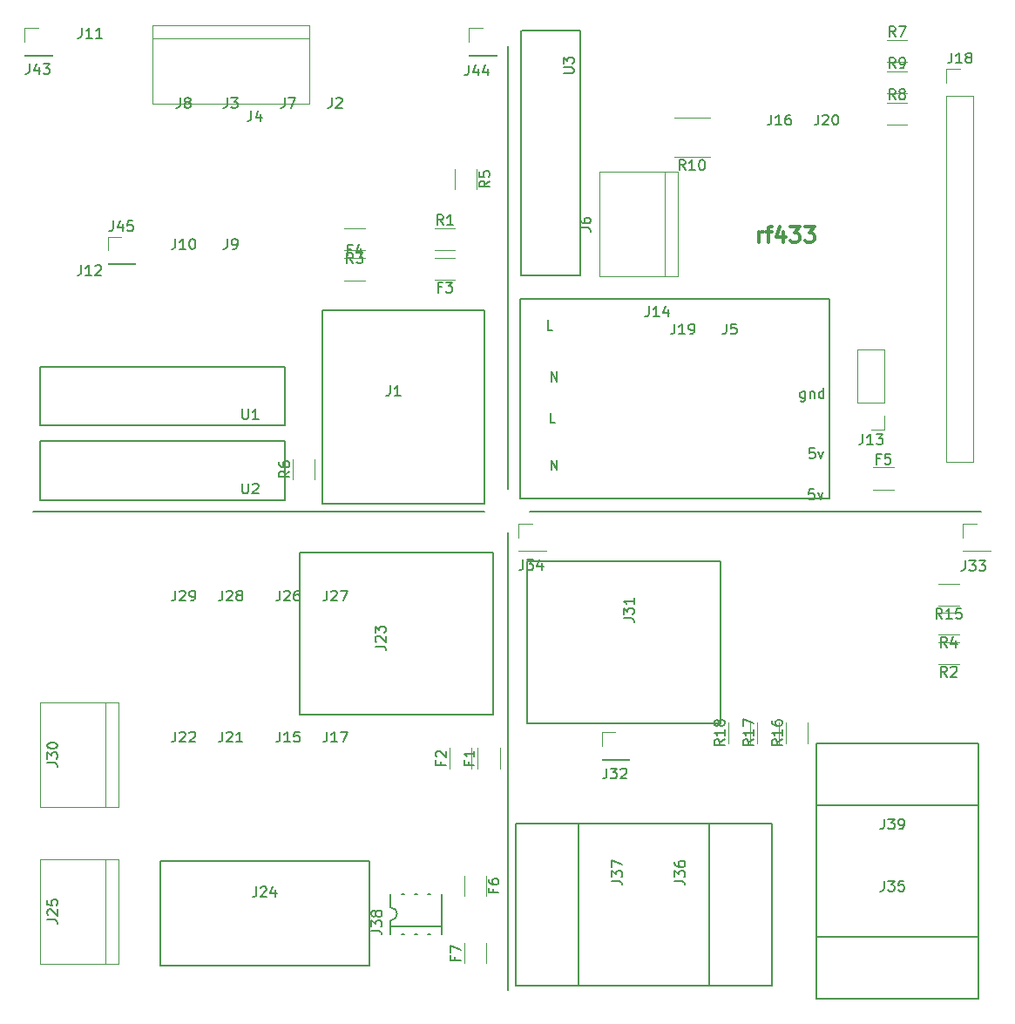
<source format=gto>
G04 #@! TF.FileFunction,Legend,Top*
%FSLAX46Y46*%
G04 Gerber Fmt 4.6, Leading zero omitted, Abs format (unit mm)*
G04 Created by KiCad (PCBNEW 4.0.7) date 05/06/18 13:24:53*
%MOMM*%
%LPD*%
G01*
G04 APERTURE LIST*
%ADD10C,0.100000*%
%ADD11C,0.200000*%
%ADD12C,0.300000*%
%ADD13C,0.150000*%
%ADD14C,0.120000*%
%ADD15C,0.180000*%
G04 APERTURE END LIST*
D10*
D11*
X90424000Y-120713500D02*
X90424000Y-165100000D01*
X92583000Y-118681500D02*
X136398000Y-118681500D01*
X88138000Y-118681500D02*
X44323000Y-118681500D01*
X90424000Y-116459000D02*
X90424000Y-73469500D01*
D12*
X114796430Y-92499571D02*
X114796430Y-91499571D01*
X114796430Y-91785286D02*
X114867858Y-91642429D01*
X114939287Y-91571000D01*
X115082144Y-91499571D01*
X115225001Y-91499571D01*
X115510715Y-91499571D02*
X116082144Y-91499571D01*
X115725001Y-92499571D02*
X115725001Y-91213857D01*
X115796429Y-91071000D01*
X115939287Y-90999571D01*
X116082144Y-90999571D01*
X117225001Y-91499571D02*
X117225001Y-92499571D01*
X116867858Y-90928143D02*
X116510715Y-91999571D01*
X117439287Y-91999571D01*
X117867858Y-90999571D02*
X118796429Y-90999571D01*
X118296429Y-91571000D01*
X118510715Y-91571000D01*
X118653572Y-91642429D01*
X118725001Y-91713857D01*
X118796429Y-91856714D01*
X118796429Y-92213857D01*
X118725001Y-92356714D01*
X118653572Y-92428143D01*
X118510715Y-92499571D01*
X118082143Y-92499571D01*
X117939286Y-92428143D01*
X117867858Y-92356714D01*
X119296429Y-90999571D02*
X120225000Y-90999571D01*
X119725000Y-91571000D01*
X119939286Y-91571000D01*
X120082143Y-91642429D01*
X120153572Y-91713857D01*
X120225000Y-91856714D01*
X120225000Y-92213857D01*
X120153572Y-92356714D01*
X120082143Y-92428143D01*
X119939286Y-92499571D01*
X119510714Y-92499571D01*
X119367857Y-92428143D01*
X119296429Y-92356714D01*
D13*
X70231000Y-122618500D02*
X89027000Y-122618500D01*
X89027000Y-122618500D02*
X89027000Y-123380500D01*
X87503000Y-138366500D02*
X89027000Y-138366500D01*
X89027000Y-138366500D02*
X89027000Y-123126500D01*
X70231000Y-122618500D02*
X70231000Y-138366500D01*
X70231000Y-138366500D02*
X88265000Y-138366500D01*
D14*
X51308000Y-137160000D02*
X51308000Y-147320000D01*
X52578000Y-137160000D02*
X44958000Y-137160000D01*
X44958000Y-137160000D02*
X44958000Y-147320000D01*
X44958000Y-147320000D02*
X52578000Y-147320000D01*
X52578000Y-147320000D02*
X52578000Y-137160000D01*
X51308000Y-152400000D02*
X51308000Y-162560000D01*
X52578000Y-152400000D02*
X44958000Y-152400000D01*
X44958000Y-152400000D02*
X44958000Y-162560000D01*
X44958000Y-162560000D02*
X52578000Y-162560000D01*
X52578000Y-162560000D02*
X52578000Y-152400000D01*
X74565000Y-91132000D02*
X76565000Y-91132000D01*
X76565000Y-93272000D02*
X74565000Y-93272000D01*
X127060000Y-102937000D02*
X124400000Y-102937000D01*
X127060000Y-108077000D02*
X127060000Y-102937000D01*
X124400000Y-108077000D02*
X124400000Y-102937000D01*
X127060000Y-108077000D02*
X124400000Y-108077000D01*
X127060000Y-109347000D02*
X127060000Y-110677000D01*
X127060000Y-110677000D02*
X125730000Y-110677000D01*
X133036000Y-113852000D02*
X135696000Y-113852000D01*
X133036000Y-78232000D02*
X133036000Y-113852000D01*
X135696000Y-78232000D02*
X135696000Y-113852000D01*
X133036000Y-78232000D02*
X135696000Y-78232000D01*
X133036000Y-76962000D02*
X133036000Y-75632000D01*
X133036000Y-75632000D02*
X134366000Y-75632000D01*
X129270000Y-74984000D02*
X127270000Y-74984000D01*
X127270000Y-72844000D02*
X129270000Y-72844000D01*
X129270000Y-81080000D02*
X127270000Y-81080000D01*
X127270000Y-78940000D02*
X129270000Y-78940000D01*
X129270000Y-78032000D02*
X127270000Y-78032000D01*
X127270000Y-75892000D02*
X129270000Y-75892000D01*
X105664000Y-85661500D02*
X105664000Y-95821500D01*
X106934000Y-85661500D02*
X99314000Y-85661500D01*
X99314000Y-85661500D02*
X99314000Y-95821500D01*
X99314000Y-95821500D02*
X106934000Y-95821500D01*
X106934000Y-95821500D02*
X106934000Y-85661500D01*
D13*
X88138000Y-99060000D02*
X88138000Y-117856000D01*
X88138000Y-117856000D02*
X87376000Y-117856000D01*
X72390000Y-116332000D02*
X72390000Y-117856000D01*
X72390000Y-117856000D02*
X87630000Y-117856000D01*
X88138000Y-99060000D02*
X72390000Y-99060000D01*
X72390000Y-99060000D02*
X72390000Y-117094000D01*
D14*
X71120000Y-71374000D02*
X71120000Y-78994000D01*
X55880000Y-71374000D02*
X55880000Y-78994000D01*
X71120000Y-72644000D02*
X55880000Y-72644000D01*
X71120000Y-78994000D02*
X55880000Y-78994000D01*
X71120000Y-71374000D02*
X55880000Y-71374000D01*
X85328000Y-93272000D02*
X83328000Y-93272000D01*
X83328000Y-91132000D02*
X85328000Y-91132000D01*
X74565000Y-91132000D02*
X76565000Y-91132000D01*
X76565000Y-93272000D02*
X74565000Y-93272000D01*
X85290000Y-87360000D02*
X85290000Y-85360000D01*
X87430000Y-85360000D02*
X87430000Y-87360000D01*
X71682000Y-113554000D02*
X71682000Y-115554000D01*
X69542000Y-115554000D02*
X69542000Y-113554000D01*
X110061000Y-80416000D02*
X106601000Y-80416000D01*
X110061000Y-84176000D02*
X106601000Y-84176000D01*
X51308000Y-152400000D02*
X51308000Y-162560000D01*
X52578000Y-152400000D02*
X44958000Y-152400000D01*
X44958000Y-152400000D02*
X44958000Y-162560000D01*
X44958000Y-162560000D02*
X52578000Y-162560000D01*
X52578000Y-162560000D02*
X52578000Y-152400000D01*
D13*
X136144000Y-141160500D02*
X136144000Y-159956500D01*
X136144000Y-159956500D02*
X135382000Y-159956500D01*
X120396000Y-158432500D02*
X120396000Y-159956500D01*
X120396000Y-159956500D02*
X135636000Y-159956500D01*
X136144000Y-141160500D02*
X120396000Y-141160500D01*
X120396000Y-141160500D02*
X120396000Y-159194500D01*
X47561500Y-104584500D02*
X68770500Y-104584500D01*
X47561500Y-110299500D02*
X68770500Y-110299500D01*
X47561500Y-104584500D02*
X45021500Y-104584500D01*
X47561500Y-110299500D02*
X45021500Y-110299500D01*
X68786000Y-104599000D02*
X68786000Y-110299000D01*
X45006000Y-110299000D02*
X45006000Y-104599000D01*
X47561500Y-111823500D02*
X68770500Y-111823500D01*
X47561500Y-117538500D02*
X68770500Y-117538500D01*
X47561500Y-111823500D02*
X45021500Y-111823500D01*
X47561500Y-117538500D02*
X45021500Y-117538500D01*
X68786000Y-111838000D02*
X68786000Y-117538000D01*
X45006000Y-117538000D02*
X45006000Y-111838000D01*
X91757500Y-93154500D02*
X91757500Y-71945500D01*
X97472500Y-93154500D02*
X97472500Y-71945500D01*
X91757500Y-93154500D02*
X91757500Y-95694500D01*
X97472500Y-93154500D02*
X97472500Y-95694500D01*
X91772000Y-71930000D02*
X97472000Y-71930000D01*
X97472000Y-95710000D02*
X91772000Y-95710000D01*
X91630500Y-117411500D02*
X91630500Y-97980500D01*
X91630500Y-97980500D02*
X121729500Y-97980500D01*
X121729500Y-97980500D02*
X121729500Y-117411500D01*
X121729500Y-117411500D02*
X91630500Y-117411500D01*
D14*
X89652500Y-141621000D02*
X89652500Y-143621000D01*
X87512500Y-143621000D02*
X87512500Y-141621000D01*
X86922000Y-141621000D02*
X86922000Y-143621000D01*
X84782000Y-143621000D02*
X84782000Y-141621000D01*
X83328000Y-93989500D02*
X85328000Y-93989500D01*
X85328000Y-96129500D02*
X83328000Y-96129500D01*
X76565000Y-96193000D02*
X74565000Y-96193000D01*
X74565000Y-94053000D02*
X76565000Y-94053000D01*
X127936500Y-116513000D02*
X125936500Y-116513000D01*
X125936500Y-114373000D02*
X127936500Y-114373000D01*
X43501000Y-74355000D02*
X46161000Y-74355000D01*
X43501000Y-74295000D02*
X43501000Y-74355000D01*
X46161000Y-74295000D02*
X46161000Y-74355000D01*
X43501000Y-74295000D02*
X46161000Y-74295000D01*
X43501000Y-73025000D02*
X43501000Y-71695000D01*
X43501000Y-71695000D02*
X44831000Y-71695000D01*
X86681000Y-74355000D02*
X89341000Y-74355000D01*
X86681000Y-74295000D02*
X86681000Y-74355000D01*
X89341000Y-74295000D02*
X89341000Y-74355000D01*
X86681000Y-74295000D02*
X89341000Y-74295000D01*
X86681000Y-73025000D02*
X86681000Y-71695000D01*
X86681000Y-71695000D02*
X88011000Y-71695000D01*
X51565500Y-94611500D02*
X54225500Y-94611500D01*
X51565500Y-94551500D02*
X51565500Y-94611500D01*
X54225500Y-94551500D02*
X54225500Y-94611500D01*
X51565500Y-94551500D02*
X54225500Y-94551500D01*
X51565500Y-93281500D02*
X51565500Y-91951500D01*
X51565500Y-91951500D02*
X52895500Y-91951500D01*
X132286500Y-131327500D02*
X134286500Y-131327500D01*
X134286500Y-133467500D02*
X132286500Y-133467500D01*
X132286500Y-128470000D02*
X134286500Y-128470000D01*
X134286500Y-130610000D02*
X132286500Y-130610000D01*
X132286500Y-125676000D02*
X134286500Y-125676000D01*
X134286500Y-127816000D02*
X132286500Y-127816000D01*
X119561000Y-139144500D02*
X119561000Y-141144500D01*
X117421000Y-141144500D02*
X117421000Y-139144500D01*
X116767000Y-139144500D02*
X116767000Y-141144500D01*
X114627000Y-141144500D02*
X114627000Y-139144500D01*
X113973000Y-139144500D02*
X113973000Y-141144500D01*
X111833000Y-141144500D02*
X111833000Y-139144500D01*
D13*
X111125000Y-139192000D02*
X92329000Y-139192000D01*
X92329000Y-139192000D02*
X92329000Y-138430000D01*
X93853000Y-123444000D02*
X92329000Y-123444000D01*
X92329000Y-123444000D02*
X92329000Y-138684000D01*
X111125000Y-139192000D02*
X111125000Y-123444000D01*
X111125000Y-123444000D02*
X93091000Y-123444000D01*
D14*
X99571500Y-142744500D02*
X102231500Y-142744500D01*
X99571500Y-142684500D02*
X99571500Y-142744500D01*
X102231500Y-142684500D02*
X102231500Y-142744500D01*
X99571500Y-142684500D02*
X102231500Y-142684500D01*
X99571500Y-141414500D02*
X99571500Y-140084500D01*
X99571500Y-140084500D02*
X100901500Y-140084500D01*
X134687000Y-122488000D02*
X137347000Y-122488000D01*
X134687000Y-122428000D02*
X134687000Y-122488000D01*
X137347000Y-122428000D02*
X137347000Y-122488000D01*
X134687000Y-122428000D02*
X137347000Y-122428000D01*
X134687000Y-121158000D02*
X134687000Y-119828000D01*
X134687000Y-119828000D02*
X136017000Y-119828000D01*
X91507000Y-122488000D02*
X94167000Y-122488000D01*
X91507000Y-122428000D02*
X91507000Y-122488000D01*
X94167000Y-122428000D02*
X94167000Y-122488000D01*
X91507000Y-122428000D02*
X94167000Y-122428000D01*
X91507000Y-121158000D02*
X91507000Y-119828000D01*
X91507000Y-119828000D02*
X92837000Y-119828000D01*
D13*
X136144000Y-147193000D02*
X136144000Y-165989000D01*
X136144000Y-165989000D02*
X135382000Y-165989000D01*
X120396000Y-164465000D02*
X120396000Y-165989000D01*
X120396000Y-165989000D02*
X135636000Y-165989000D01*
X136144000Y-147193000D02*
X120396000Y-147193000D01*
X120396000Y-147193000D02*
X120396000Y-165227000D01*
X116078000Y-164719000D02*
X97282000Y-164719000D01*
X97282000Y-164719000D02*
X97282000Y-163957000D01*
X98806000Y-148971000D02*
X97282000Y-148971000D01*
X97282000Y-148971000D02*
X97282000Y-164211000D01*
X116078000Y-164719000D02*
X116078000Y-148971000D01*
X116078000Y-148971000D02*
X98044000Y-148971000D01*
X109982000Y-164719000D02*
X91186000Y-164719000D01*
X91186000Y-164719000D02*
X91186000Y-163957000D01*
X92710000Y-148971000D02*
X91186000Y-148971000D01*
X91186000Y-148971000D02*
X91186000Y-164211000D01*
X109982000Y-164719000D02*
X109982000Y-148971000D01*
X109982000Y-148971000D02*
X91948000Y-148971000D01*
D14*
X86179000Y-156003500D02*
X86179000Y-154003500D01*
X88319000Y-154003500D02*
X88319000Y-156003500D01*
X88319000Y-160544000D02*
X88319000Y-162544000D01*
X86179000Y-162544000D02*
X86179000Y-160544000D01*
D15*
X84034000Y-155784000D02*
X84034000Y-159684000D01*
X79034000Y-159684000D02*
X79034000Y-158369000D01*
X79034000Y-157099000D02*
X79034000Y-155784000D01*
X84034000Y-158934000D02*
X79034000Y-158934000D01*
X80137000Y-155784000D02*
X80391000Y-155784000D01*
X81407000Y-155784000D02*
X81661000Y-155784000D01*
X82677000Y-155784000D02*
X82931000Y-155784000D01*
X80137000Y-159684000D02*
X80391000Y-159684000D01*
X81407000Y-159684000D02*
X81661000Y-159684000D01*
X82677000Y-159684000D02*
X82931000Y-159684000D01*
X79034000Y-158369000D02*
G75*
G03X79034000Y-157099000I0J635000D01*
G01*
D13*
X76962000Y-152590500D02*
X56642000Y-152590500D01*
X56642000Y-152590500D02*
X56642000Y-162750500D01*
X56642000Y-162750500D02*
X76962000Y-162750500D01*
X57912000Y-162750500D02*
X56642000Y-162750500D01*
X75692000Y-162750500D02*
X76962000Y-162750500D01*
X76962000Y-162750500D02*
X76962000Y-152590500D01*
D15*
X77565381Y-131746690D02*
X78279667Y-131746690D01*
X78422524Y-131794310D01*
X78517762Y-131889548D01*
X78565381Y-132032405D01*
X78565381Y-132127643D01*
X77660619Y-131318119D02*
X77613000Y-131270500D01*
X77565381Y-131175262D01*
X77565381Y-130937166D01*
X77613000Y-130841928D01*
X77660619Y-130794309D01*
X77755857Y-130746690D01*
X77851095Y-130746690D01*
X77993952Y-130794309D01*
X78565381Y-131365738D01*
X78565381Y-130746690D01*
X77565381Y-130413357D02*
X77565381Y-129794309D01*
X77946333Y-130127643D01*
X77946333Y-129984785D01*
X77993952Y-129889547D01*
X78041571Y-129841928D01*
X78136810Y-129794309D01*
X78374905Y-129794309D01*
X78470143Y-129841928D01*
X78517762Y-129889547D01*
X78565381Y-129984785D01*
X78565381Y-130270500D01*
X78517762Y-130365738D01*
X78470143Y-130413357D01*
D13*
X45680381Y-143049523D02*
X46394667Y-143049523D01*
X46537524Y-143097143D01*
X46632762Y-143192381D01*
X46680381Y-143335238D01*
X46680381Y-143430476D01*
X45680381Y-142668571D02*
X45680381Y-142049523D01*
X46061333Y-142382857D01*
X46061333Y-142239999D01*
X46108952Y-142144761D01*
X46156571Y-142097142D01*
X46251810Y-142049523D01*
X46489905Y-142049523D01*
X46585143Y-142097142D01*
X46632762Y-142144761D01*
X46680381Y-142239999D01*
X46680381Y-142525714D01*
X46632762Y-142620952D01*
X46585143Y-142668571D01*
X45680381Y-141430476D02*
X45680381Y-141335237D01*
X45728000Y-141239999D01*
X45775619Y-141192380D01*
X45870857Y-141144761D01*
X46061333Y-141097142D01*
X46299429Y-141097142D01*
X46489905Y-141144761D01*
X46585143Y-141192380D01*
X46632762Y-141239999D01*
X46680381Y-141335237D01*
X46680381Y-141430476D01*
X46632762Y-141525714D01*
X46585143Y-141573333D01*
X46489905Y-141620952D01*
X46299429Y-141668571D01*
X46061333Y-141668571D01*
X45870857Y-141620952D01*
X45775619Y-141573333D01*
X45728000Y-141525714D01*
X45680381Y-141430476D01*
X45680381Y-158289523D02*
X46394667Y-158289523D01*
X46537524Y-158337143D01*
X46632762Y-158432381D01*
X46680381Y-158575238D01*
X46680381Y-158670476D01*
X45775619Y-157860952D02*
X45728000Y-157813333D01*
X45680381Y-157718095D01*
X45680381Y-157479999D01*
X45728000Y-157384761D01*
X45775619Y-157337142D01*
X45870857Y-157289523D01*
X45966095Y-157289523D01*
X46108952Y-157337142D01*
X46680381Y-157908571D01*
X46680381Y-157289523D01*
X45680381Y-156384761D02*
X45680381Y-156860952D01*
X46156571Y-156908571D01*
X46108952Y-156860952D01*
X46061333Y-156765714D01*
X46061333Y-156527618D01*
X46108952Y-156432380D01*
X46156571Y-156384761D01*
X46251810Y-156337142D01*
X46489905Y-156337142D01*
X46585143Y-156384761D01*
X46632762Y-156432380D01*
X46680381Y-156527618D01*
X46680381Y-156765714D01*
X46632762Y-156860952D01*
X46585143Y-156908571D01*
X75398334Y-94504381D02*
X75065000Y-94028190D01*
X74826905Y-94504381D02*
X74826905Y-93504381D01*
X75207858Y-93504381D01*
X75303096Y-93552000D01*
X75350715Y-93599619D01*
X75398334Y-93694857D01*
X75398334Y-93837714D01*
X75350715Y-93932952D01*
X75303096Y-93980571D01*
X75207858Y-94028190D01*
X74826905Y-94028190D01*
X75731667Y-93504381D02*
X76350715Y-93504381D01*
X76017381Y-93885333D01*
X76160239Y-93885333D01*
X76255477Y-93932952D01*
X76303096Y-93980571D01*
X76350715Y-94075810D01*
X76350715Y-94313905D01*
X76303096Y-94409143D01*
X76255477Y-94456762D01*
X76160239Y-94504381D01*
X75874524Y-94504381D01*
X75779286Y-94456762D01*
X75731667Y-94409143D01*
X124920477Y-111129381D02*
X124920477Y-111843667D01*
X124872857Y-111986524D01*
X124777619Y-112081762D01*
X124634762Y-112129381D01*
X124539524Y-112129381D01*
X125920477Y-112129381D02*
X125349048Y-112129381D01*
X125634762Y-112129381D02*
X125634762Y-111129381D01*
X125539524Y-111272238D01*
X125444286Y-111367476D01*
X125349048Y-111415095D01*
X126253810Y-111129381D02*
X126872858Y-111129381D01*
X126539524Y-111510333D01*
X126682382Y-111510333D01*
X126777620Y-111557952D01*
X126825239Y-111605571D01*
X126872858Y-111700810D01*
X126872858Y-111938905D01*
X126825239Y-112034143D01*
X126777620Y-112081762D01*
X126682382Y-112129381D01*
X126396667Y-112129381D01*
X126301429Y-112081762D01*
X126253810Y-112034143D01*
X133556477Y-74084381D02*
X133556477Y-74798667D01*
X133508857Y-74941524D01*
X133413619Y-75036762D01*
X133270762Y-75084381D01*
X133175524Y-75084381D01*
X134556477Y-75084381D02*
X133985048Y-75084381D01*
X134270762Y-75084381D02*
X134270762Y-74084381D01*
X134175524Y-74227238D01*
X134080286Y-74322476D01*
X133985048Y-74370095D01*
X135127905Y-74512952D02*
X135032667Y-74465333D01*
X134985048Y-74417714D01*
X134937429Y-74322476D01*
X134937429Y-74274857D01*
X134985048Y-74179619D01*
X135032667Y-74132000D01*
X135127905Y-74084381D01*
X135318382Y-74084381D01*
X135413620Y-74132000D01*
X135461239Y-74179619D01*
X135508858Y-74274857D01*
X135508858Y-74322476D01*
X135461239Y-74417714D01*
X135413620Y-74465333D01*
X135318382Y-74512952D01*
X135127905Y-74512952D01*
X135032667Y-74560571D01*
X134985048Y-74608190D01*
X134937429Y-74703429D01*
X134937429Y-74893905D01*
X134985048Y-74989143D01*
X135032667Y-75036762D01*
X135127905Y-75084381D01*
X135318382Y-75084381D01*
X135413620Y-75036762D01*
X135461239Y-74989143D01*
X135508858Y-74893905D01*
X135508858Y-74703429D01*
X135461239Y-74608190D01*
X135413620Y-74560571D01*
X135318382Y-74512952D01*
X128103334Y-72516381D02*
X127770000Y-72040190D01*
X127531905Y-72516381D02*
X127531905Y-71516381D01*
X127912858Y-71516381D01*
X128008096Y-71564000D01*
X128055715Y-71611619D01*
X128103334Y-71706857D01*
X128103334Y-71849714D01*
X128055715Y-71944952D01*
X128008096Y-71992571D01*
X127912858Y-72040190D01*
X127531905Y-72040190D01*
X128436667Y-71516381D02*
X129103334Y-71516381D01*
X128674762Y-72516381D01*
X128103334Y-78612381D02*
X127770000Y-78136190D01*
X127531905Y-78612381D02*
X127531905Y-77612381D01*
X127912858Y-77612381D01*
X128008096Y-77660000D01*
X128055715Y-77707619D01*
X128103334Y-77802857D01*
X128103334Y-77945714D01*
X128055715Y-78040952D01*
X128008096Y-78088571D01*
X127912858Y-78136190D01*
X127531905Y-78136190D01*
X128674762Y-78040952D02*
X128579524Y-77993333D01*
X128531905Y-77945714D01*
X128484286Y-77850476D01*
X128484286Y-77802857D01*
X128531905Y-77707619D01*
X128579524Y-77660000D01*
X128674762Y-77612381D01*
X128865239Y-77612381D01*
X128960477Y-77660000D01*
X129008096Y-77707619D01*
X129055715Y-77802857D01*
X129055715Y-77850476D01*
X129008096Y-77945714D01*
X128960477Y-77993333D01*
X128865239Y-78040952D01*
X128674762Y-78040952D01*
X128579524Y-78088571D01*
X128531905Y-78136190D01*
X128484286Y-78231429D01*
X128484286Y-78421905D01*
X128531905Y-78517143D01*
X128579524Y-78564762D01*
X128674762Y-78612381D01*
X128865239Y-78612381D01*
X128960477Y-78564762D01*
X129008096Y-78517143D01*
X129055715Y-78421905D01*
X129055715Y-78231429D01*
X129008096Y-78136190D01*
X128960477Y-78088571D01*
X128865239Y-78040952D01*
X128103334Y-75564381D02*
X127770000Y-75088190D01*
X127531905Y-75564381D02*
X127531905Y-74564381D01*
X127912858Y-74564381D01*
X128008096Y-74612000D01*
X128055715Y-74659619D01*
X128103334Y-74754857D01*
X128103334Y-74897714D01*
X128055715Y-74992952D01*
X128008096Y-75040571D01*
X127912858Y-75088190D01*
X127531905Y-75088190D01*
X128579524Y-75564381D02*
X128770000Y-75564381D01*
X128865239Y-75516762D01*
X128912858Y-75469143D01*
X129008096Y-75326286D01*
X129055715Y-75135810D01*
X129055715Y-74754857D01*
X129008096Y-74659619D01*
X128960477Y-74612000D01*
X128865239Y-74564381D01*
X128674762Y-74564381D01*
X128579524Y-74612000D01*
X128531905Y-74659619D01*
X128484286Y-74754857D01*
X128484286Y-74992952D01*
X128531905Y-75088190D01*
X128579524Y-75135810D01*
X128674762Y-75183429D01*
X128865239Y-75183429D01*
X128960477Y-75135810D01*
X129008096Y-75088190D01*
X129055715Y-74992952D01*
X97496381Y-91074833D02*
X98210667Y-91074833D01*
X98353524Y-91122453D01*
X98448762Y-91217691D01*
X98496381Y-91360548D01*
X98496381Y-91455786D01*
X97496381Y-90170071D02*
X97496381Y-90360548D01*
X97544000Y-90455786D01*
X97591619Y-90503405D01*
X97734476Y-90598643D01*
X97924952Y-90646262D01*
X98305905Y-90646262D01*
X98401143Y-90598643D01*
X98448762Y-90551024D01*
X98496381Y-90455786D01*
X98496381Y-90265309D01*
X98448762Y-90170071D01*
X98401143Y-90122452D01*
X98305905Y-90074833D01*
X98067810Y-90074833D01*
X97972571Y-90122452D01*
X97924952Y-90170071D01*
X97877333Y-90265309D01*
X97877333Y-90455786D01*
X97924952Y-90551024D01*
X97972571Y-90598643D01*
X98067810Y-90646262D01*
D15*
X79009810Y-106394381D02*
X79009810Y-107108667D01*
X78962190Y-107251524D01*
X78866952Y-107346762D01*
X78724095Y-107394381D01*
X78628857Y-107394381D01*
X80009810Y-107394381D02*
X79438381Y-107394381D01*
X79724095Y-107394381D02*
X79724095Y-106394381D01*
X79628857Y-106537238D01*
X79533619Y-106632476D01*
X79438381Y-106680095D01*
D13*
X65516167Y-79716381D02*
X65516167Y-80430667D01*
X65468547Y-80573524D01*
X65373309Y-80668762D01*
X65230452Y-80716381D01*
X65135214Y-80716381D01*
X66420929Y-80049714D02*
X66420929Y-80716381D01*
X66182833Y-79668762D02*
X65944738Y-80383048D01*
X66563786Y-80383048D01*
X84161334Y-90804381D02*
X83828000Y-90328190D01*
X83589905Y-90804381D02*
X83589905Y-89804381D01*
X83970858Y-89804381D01*
X84066096Y-89852000D01*
X84113715Y-89899619D01*
X84161334Y-89994857D01*
X84161334Y-90137714D01*
X84113715Y-90232952D01*
X84066096Y-90280571D01*
X83970858Y-90328190D01*
X83589905Y-90328190D01*
X85113715Y-90804381D02*
X84542286Y-90804381D01*
X84828000Y-90804381D02*
X84828000Y-89804381D01*
X84732762Y-89947238D01*
X84637524Y-90042476D01*
X84542286Y-90090095D01*
X75398334Y-94504381D02*
X75065000Y-94028190D01*
X74826905Y-94504381D02*
X74826905Y-93504381D01*
X75207858Y-93504381D01*
X75303096Y-93552000D01*
X75350715Y-93599619D01*
X75398334Y-93694857D01*
X75398334Y-93837714D01*
X75350715Y-93932952D01*
X75303096Y-93980571D01*
X75207858Y-94028190D01*
X74826905Y-94028190D01*
X75731667Y-93504381D02*
X76350715Y-93504381D01*
X76017381Y-93885333D01*
X76160239Y-93885333D01*
X76255477Y-93932952D01*
X76303096Y-93980571D01*
X76350715Y-94075810D01*
X76350715Y-94313905D01*
X76303096Y-94409143D01*
X76255477Y-94456762D01*
X76160239Y-94504381D01*
X75874524Y-94504381D01*
X75779286Y-94456762D01*
X75731667Y-94409143D01*
X88662381Y-86526666D02*
X88186190Y-86860000D01*
X88662381Y-87098095D02*
X87662381Y-87098095D01*
X87662381Y-86717142D01*
X87710000Y-86621904D01*
X87757619Y-86574285D01*
X87852857Y-86526666D01*
X87995714Y-86526666D01*
X88090952Y-86574285D01*
X88138571Y-86621904D01*
X88186190Y-86717142D01*
X88186190Y-87098095D01*
X87662381Y-85621904D02*
X87662381Y-86098095D01*
X88138571Y-86145714D01*
X88090952Y-86098095D01*
X88043333Y-86002857D01*
X88043333Y-85764761D01*
X88090952Y-85669523D01*
X88138571Y-85621904D01*
X88233810Y-85574285D01*
X88471905Y-85574285D01*
X88567143Y-85621904D01*
X88614762Y-85669523D01*
X88662381Y-85764761D01*
X88662381Y-86002857D01*
X88614762Y-86098095D01*
X88567143Y-86145714D01*
X69214381Y-114720666D02*
X68738190Y-115054000D01*
X69214381Y-115292095D02*
X68214381Y-115292095D01*
X68214381Y-114911142D01*
X68262000Y-114815904D01*
X68309619Y-114768285D01*
X68404857Y-114720666D01*
X68547714Y-114720666D01*
X68642952Y-114768285D01*
X68690571Y-114815904D01*
X68738190Y-114911142D01*
X68738190Y-115292095D01*
X68214381Y-113863523D02*
X68214381Y-114054000D01*
X68262000Y-114149238D01*
X68309619Y-114196857D01*
X68452476Y-114292095D01*
X68642952Y-114339714D01*
X69023905Y-114339714D01*
X69119143Y-114292095D01*
X69166762Y-114244476D01*
X69214381Y-114149238D01*
X69214381Y-113958761D01*
X69166762Y-113863523D01*
X69119143Y-113815904D01*
X69023905Y-113768285D01*
X68785810Y-113768285D01*
X68690571Y-113815904D01*
X68642952Y-113863523D01*
X68595333Y-113958761D01*
X68595333Y-114149238D01*
X68642952Y-114244476D01*
X68690571Y-114292095D01*
X68785810Y-114339714D01*
X107688143Y-85468381D02*
X107354809Y-84992190D01*
X107116714Y-85468381D02*
X107116714Y-84468381D01*
X107497667Y-84468381D01*
X107592905Y-84516000D01*
X107640524Y-84563619D01*
X107688143Y-84658857D01*
X107688143Y-84801714D01*
X107640524Y-84896952D01*
X107592905Y-84944571D01*
X107497667Y-84992190D01*
X107116714Y-84992190D01*
X108640524Y-85468381D02*
X108069095Y-85468381D01*
X108354809Y-85468381D02*
X108354809Y-84468381D01*
X108259571Y-84611238D01*
X108164333Y-84706476D01*
X108069095Y-84754095D01*
X109259571Y-84468381D02*
X109354810Y-84468381D01*
X109450048Y-84516000D01*
X109497667Y-84563619D01*
X109545286Y-84658857D01*
X109592905Y-84849333D01*
X109592905Y-85087429D01*
X109545286Y-85277905D01*
X109497667Y-85373143D01*
X109450048Y-85420762D01*
X109354810Y-85468381D01*
X109259571Y-85468381D01*
X109164333Y-85420762D01*
X109116714Y-85373143D01*
X109069095Y-85277905D01*
X109021476Y-85087429D01*
X109021476Y-84849333D01*
X109069095Y-84658857D01*
X109116714Y-84563619D01*
X109164333Y-84516000D01*
X109259571Y-84468381D01*
X45680381Y-158289523D02*
X46394667Y-158289523D01*
X46537524Y-158337143D01*
X46632762Y-158432381D01*
X46680381Y-158575238D01*
X46680381Y-158670476D01*
X45775619Y-157860952D02*
X45728000Y-157813333D01*
X45680381Y-157718095D01*
X45680381Y-157479999D01*
X45728000Y-157384761D01*
X45775619Y-157337142D01*
X45870857Y-157289523D01*
X45966095Y-157289523D01*
X46108952Y-157337142D01*
X46680381Y-157908571D01*
X46680381Y-157289523D01*
X45680381Y-156384761D02*
X45680381Y-156860952D01*
X46156571Y-156908571D01*
X46108952Y-156860952D01*
X46061333Y-156765714D01*
X46061333Y-156527618D01*
X46108952Y-156432380D01*
X46156571Y-156384761D01*
X46251810Y-156337142D01*
X46489905Y-156337142D01*
X46585143Y-156384761D01*
X46632762Y-156432380D01*
X46680381Y-156527618D01*
X46680381Y-156765714D01*
X46632762Y-156860952D01*
X46585143Y-156908571D01*
D15*
X127015810Y-148494881D02*
X127015810Y-149209167D01*
X126968190Y-149352024D01*
X126872952Y-149447262D01*
X126730095Y-149494881D01*
X126634857Y-149494881D01*
X127396762Y-148494881D02*
X128015810Y-148494881D01*
X127682476Y-148875833D01*
X127825334Y-148875833D01*
X127920572Y-148923452D01*
X127968191Y-148971071D01*
X128015810Y-149066310D01*
X128015810Y-149304405D01*
X127968191Y-149399643D01*
X127920572Y-149447262D01*
X127825334Y-149494881D01*
X127539619Y-149494881D01*
X127444381Y-149447262D01*
X127396762Y-149399643D01*
X128492000Y-149494881D02*
X128682476Y-149494881D01*
X128777715Y-149447262D01*
X128825334Y-149399643D01*
X128920572Y-149256786D01*
X128968191Y-149066310D01*
X128968191Y-148685357D01*
X128920572Y-148590119D01*
X128872953Y-148542500D01*
X128777715Y-148494881D01*
X128587238Y-148494881D01*
X128492000Y-148542500D01*
X128444381Y-148590119D01*
X128396762Y-148685357D01*
X128396762Y-148923452D01*
X128444381Y-149018690D01*
X128492000Y-149066310D01*
X128587238Y-149113929D01*
X128777715Y-149113929D01*
X128872953Y-149066310D01*
X128920572Y-149018690D01*
X128968191Y-148923452D01*
D13*
X64643095Y-108672381D02*
X64643095Y-109481905D01*
X64690714Y-109577143D01*
X64738333Y-109624762D01*
X64833571Y-109672381D01*
X65024048Y-109672381D01*
X65119286Y-109624762D01*
X65166905Y-109577143D01*
X65214524Y-109481905D01*
X65214524Y-108672381D01*
X66214524Y-109672381D02*
X65643095Y-109672381D01*
X65928809Y-109672381D02*
X65928809Y-108672381D01*
X65833571Y-108815238D01*
X65738333Y-108910476D01*
X65643095Y-108958095D01*
X64643095Y-115911381D02*
X64643095Y-116720905D01*
X64690714Y-116816143D01*
X64738333Y-116863762D01*
X64833571Y-116911381D01*
X65024048Y-116911381D01*
X65119286Y-116863762D01*
X65166905Y-116816143D01*
X65214524Y-116720905D01*
X65214524Y-115911381D01*
X65643095Y-116006619D02*
X65690714Y-115959000D01*
X65785952Y-115911381D01*
X66024048Y-115911381D01*
X66119286Y-115959000D01*
X66166905Y-116006619D01*
X66214524Y-116101857D01*
X66214524Y-116197095D01*
X66166905Y-116339952D01*
X65595476Y-116911381D01*
X66214524Y-116911381D01*
X95845381Y-76072905D02*
X96654905Y-76072905D01*
X96750143Y-76025286D01*
X96797762Y-75977667D01*
X96845381Y-75882429D01*
X96845381Y-75691952D01*
X96797762Y-75596714D01*
X96750143Y-75549095D01*
X96654905Y-75501476D01*
X95845381Y-75501476D01*
X95845381Y-75120524D02*
X95845381Y-74501476D01*
X96226333Y-74834810D01*
X96226333Y-74691952D01*
X96273952Y-74596714D01*
X96321571Y-74549095D01*
X96416810Y-74501476D01*
X96654905Y-74501476D01*
X96750143Y-74549095D01*
X96797762Y-74596714D01*
X96845381Y-74691952D01*
X96845381Y-74977667D01*
X96797762Y-75072905D01*
X96750143Y-75120524D01*
X104155977Y-98702881D02*
X104155977Y-99417167D01*
X104108357Y-99560024D01*
X104013119Y-99655262D01*
X103870262Y-99702881D01*
X103775024Y-99702881D01*
X105155977Y-99702881D02*
X104584548Y-99702881D01*
X104870262Y-99702881D02*
X104870262Y-98702881D01*
X104775024Y-98845738D01*
X104679786Y-98940976D01*
X104584548Y-98988595D01*
X106013120Y-99036214D02*
X106013120Y-99702881D01*
X105775024Y-98655262D02*
X105536929Y-99369548D01*
X106155977Y-99369548D01*
X120253143Y-112482381D02*
X119776952Y-112482381D01*
X119729333Y-112958571D01*
X119776952Y-112910952D01*
X119872190Y-112863333D01*
X120110286Y-112863333D01*
X120205524Y-112910952D01*
X120253143Y-112958571D01*
X120300762Y-113053810D01*
X120300762Y-113291905D01*
X120253143Y-113387143D01*
X120205524Y-113434762D01*
X120110286Y-113482381D01*
X119872190Y-113482381D01*
X119776952Y-113434762D01*
X119729333Y-113387143D01*
X120634095Y-112815714D02*
X120872190Y-113482381D01*
X121110286Y-112815714D01*
X94646786Y-114625381D02*
X94646786Y-113625381D01*
X95218215Y-114625381D01*
X95218215Y-113625381D01*
X95051524Y-110053381D02*
X94575333Y-110053381D01*
X94575333Y-109053381D01*
X119324524Y-106973714D02*
X119324524Y-107783238D01*
X119276905Y-107878476D01*
X119229286Y-107926095D01*
X119134047Y-107973714D01*
X118991190Y-107973714D01*
X118895952Y-107926095D01*
X119324524Y-107592762D02*
X119229286Y-107640381D01*
X119038809Y-107640381D01*
X118943571Y-107592762D01*
X118895952Y-107545143D01*
X118848333Y-107449905D01*
X118848333Y-107164190D01*
X118895952Y-107068952D01*
X118943571Y-107021333D01*
X119038809Y-106973714D01*
X119229286Y-106973714D01*
X119324524Y-107021333D01*
X119800714Y-106973714D02*
X119800714Y-107640381D01*
X119800714Y-107068952D02*
X119848333Y-107021333D01*
X119943571Y-106973714D01*
X120086429Y-106973714D01*
X120181667Y-107021333D01*
X120229286Y-107116571D01*
X120229286Y-107640381D01*
X121134048Y-107640381D02*
X121134048Y-106640381D01*
X121134048Y-107592762D02*
X121038810Y-107640381D01*
X120848333Y-107640381D01*
X120753095Y-107592762D01*
X120705476Y-107545143D01*
X120657857Y-107449905D01*
X120657857Y-107164190D01*
X120705476Y-107068952D01*
X120753095Y-107021333D01*
X120848333Y-106973714D01*
X121038810Y-106973714D01*
X121134048Y-107021333D01*
X120189643Y-116482881D02*
X119713452Y-116482881D01*
X119665833Y-116959071D01*
X119713452Y-116911452D01*
X119808690Y-116863833D01*
X120046786Y-116863833D01*
X120142024Y-116911452D01*
X120189643Y-116959071D01*
X120237262Y-117054310D01*
X120237262Y-117292405D01*
X120189643Y-117387643D01*
X120142024Y-117435262D01*
X120046786Y-117482881D01*
X119808690Y-117482881D01*
X119713452Y-117435262D01*
X119665833Y-117387643D01*
X120570595Y-116816214D02*
X120808690Y-117482881D01*
X121046786Y-116816214D01*
X94646786Y-106052881D02*
X94646786Y-105052881D01*
X95218215Y-106052881D01*
X95218215Y-105052881D01*
X94797524Y-101036381D02*
X94321333Y-101036381D01*
X94321333Y-100036381D01*
X68278477Y-140041381D02*
X68278477Y-140755667D01*
X68230857Y-140898524D01*
X68135619Y-140993762D01*
X67992762Y-141041381D01*
X67897524Y-141041381D01*
X69278477Y-141041381D02*
X68707048Y-141041381D01*
X68992762Y-141041381D02*
X68992762Y-140041381D01*
X68897524Y-140184238D01*
X68802286Y-140279476D01*
X68707048Y-140327095D01*
X70183239Y-140041381D02*
X69707048Y-140041381D01*
X69659429Y-140517571D01*
X69707048Y-140469952D01*
X69802286Y-140422333D01*
X70040382Y-140422333D01*
X70135620Y-140469952D01*
X70183239Y-140517571D01*
X70230858Y-140612810D01*
X70230858Y-140850905D01*
X70183239Y-140946143D01*
X70135620Y-140993762D01*
X70040382Y-141041381D01*
X69802286Y-141041381D01*
X69707048Y-140993762D01*
X69659429Y-140946143D01*
X116030477Y-80097381D02*
X116030477Y-80811667D01*
X115982857Y-80954524D01*
X115887619Y-81049762D01*
X115744762Y-81097381D01*
X115649524Y-81097381D01*
X117030477Y-81097381D02*
X116459048Y-81097381D01*
X116744762Y-81097381D02*
X116744762Y-80097381D01*
X116649524Y-80240238D01*
X116554286Y-80335476D01*
X116459048Y-80383095D01*
X117887620Y-80097381D02*
X117697143Y-80097381D01*
X117601905Y-80145000D01*
X117554286Y-80192619D01*
X117459048Y-80335476D01*
X117411429Y-80525952D01*
X117411429Y-80906905D01*
X117459048Y-81002143D01*
X117506667Y-81049762D01*
X117601905Y-81097381D01*
X117792382Y-81097381D01*
X117887620Y-81049762D01*
X117935239Y-81002143D01*
X117982858Y-80906905D01*
X117982858Y-80668810D01*
X117935239Y-80573571D01*
X117887620Y-80525952D01*
X117792382Y-80478333D01*
X117601905Y-80478333D01*
X117506667Y-80525952D01*
X117459048Y-80573571D01*
X117411429Y-80668810D01*
X72850477Y-140041381D02*
X72850477Y-140755667D01*
X72802857Y-140898524D01*
X72707619Y-140993762D01*
X72564762Y-141041381D01*
X72469524Y-141041381D01*
X73850477Y-141041381D02*
X73279048Y-141041381D01*
X73564762Y-141041381D02*
X73564762Y-140041381D01*
X73469524Y-140184238D01*
X73374286Y-140279476D01*
X73279048Y-140327095D01*
X74183810Y-140041381D02*
X74850477Y-140041381D01*
X74421905Y-141041381D01*
X106632477Y-100417381D02*
X106632477Y-101131667D01*
X106584857Y-101274524D01*
X106489619Y-101369762D01*
X106346762Y-101417381D01*
X106251524Y-101417381D01*
X107632477Y-101417381D02*
X107061048Y-101417381D01*
X107346762Y-101417381D02*
X107346762Y-100417381D01*
X107251524Y-100560238D01*
X107156286Y-100655476D01*
X107061048Y-100703095D01*
X108108667Y-101417381D02*
X108299143Y-101417381D01*
X108394382Y-101369762D01*
X108442001Y-101322143D01*
X108537239Y-101179286D01*
X108584858Y-100988810D01*
X108584858Y-100607857D01*
X108537239Y-100512619D01*
X108489620Y-100465000D01*
X108394382Y-100417381D01*
X108203905Y-100417381D01*
X108108667Y-100465000D01*
X108061048Y-100512619D01*
X108013429Y-100607857D01*
X108013429Y-100845952D01*
X108061048Y-100941190D01*
X108108667Y-100988810D01*
X108203905Y-101036429D01*
X108394382Y-101036429D01*
X108489620Y-100988810D01*
X108537239Y-100941190D01*
X108584858Y-100845952D01*
X120602477Y-80097381D02*
X120602477Y-80811667D01*
X120554857Y-80954524D01*
X120459619Y-81049762D01*
X120316762Y-81097381D01*
X120221524Y-81097381D01*
X121031048Y-80192619D02*
X121078667Y-80145000D01*
X121173905Y-80097381D01*
X121412001Y-80097381D01*
X121507239Y-80145000D01*
X121554858Y-80192619D01*
X121602477Y-80287857D01*
X121602477Y-80383095D01*
X121554858Y-80525952D01*
X120983429Y-81097381D01*
X121602477Y-81097381D01*
X122221524Y-80097381D02*
X122316763Y-80097381D01*
X122412001Y-80145000D01*
X122459620Y-80192619D01*
X122507239Y-80287857D01*
X122554858Y-80478333D01*
X122554858Y-80716429D01*
X122507239Y-80906905D01*
X122459620Y-81002143D01*
X122412001Y-81049762D01*
X122316763Y-81097381D01*
X122221524Y-81097381D01*
X122126286Y-81049762D01*
X122078667Y-81002143D01*
X122031048Y-80906905D01*
X121983429Y-80716429D01*
X121983429Y-80478333D01*
X122031048Y-80287857D01*
X122078667Y-80192619D01*
X122126286Y-80145000D01*
X122221524Y-80097381D01*
X62690477Y-140041381D02*
X62690477Y-140755667D01*
X62642857Y-140898524D01*
X62547619Y-140993762D01*
X62404762Y-141041381D01*
X62309524Y-141041381D01*
X63119048Y-140136619D02*
X63166667Y-140089000D01*
X63261905Y-140041381D01*
X63500001Y-140041381D01*
X63595239Y-140089000D01*
X63642858Y-140136619D01*
X63690477Y-140231857D01*
X63690477Y-140327095D01*
X63642858Y-140469952D01*
X63071429Y-141041381D01*
X63690477Y-141041381D01*
X64642858Y-141041381D02*
X64071429Y-141041381D01*
X64357143Y-141041381D02*
X64357143Y-140041381D01*
X64261905Y-140184238D01*
X64166667Y-140279476D01*
X64071429Y-140327095D01*
X58118477Y-140041381D02*
X58118477Y-140755667D01*
X58070857Y-140898524D01*
X57975619Y-140993762D01*
X57832762Y-141041381D01*
X57737524Y-141041381D01*
X58547048Y-140136619D02*
X58594667Y-140089000D01*
X58689905Y-140041381D01*
X58928001Y-140041381D01*
X59023239Y-140089000D01*
X59070858Y-140136619D01*
X59118477Y-140231857D01*
X59118477Y-140327095D01*
X59070858Y-140469952D01*
X58499429Y-141041381D01*
X59118477Y-141041381D01*
X59499429Y-140136619D02*
X59547048Y-140089000D01*
X59642286Y-140041381D01*
X59880382Y-140041381D01*
X59975620Y-140089000D01*
X60023239Y-140136619D01*
X60070858Y-140231857D01*
X60070858Y-140327095D01*
X60023239Y-140469952D01*
X59451810Y-141041381D01*
X60070858Y-141041381D01*
X68278477Y-126325381D02*
X68278477Y-127039667D01*
X68230857Y-127182524D01*
X68135619Y-127277762D01*
X67992762Y-127325381D01*
X67897524Y-127325381D01*
X68707048Y-126420619D02*
X68754667Y-126373000D01*
X68849905Y-126325381D01*
X69088001Y-126325381D01*
X69183239Y-126373000D01*
X69230858Y-126420619D01*
X69278477Y-126515857D01*
X69278477Y-126611095D01*
X69230858Y-126753952D01*
X68659429Y-127325381D01*
X69278477Y-127325381D01*
X70135620Y-126325381D02*
X69945143Y-126325381D01*
X69849905Y-126373000D01*
X69802286Y-126420619D01*
X69707048Y-126563476D01*
X69659429Y-126753952D01*
X69659429Y-127134905D01*
X69707048Y-127230143D01*
X69754667Y-127277762D01*
X69849905Y-127325381D01*
X70040382Y-127325381D01*
X70135620Y-127277762D01*
X70183239Y-127230143D01*
X70230858Y-127134905D01*
X70230858Y-126896810D01*
X70183239Y-126801571D01*
X70135620Y-126753952D01*
X70040382Y-126706333D01*
X69849905Y-126706333D01*
X69754667Y-126753952D01*
X69707048Y-126801571D01*
X69659429Y-126896810D01*
X72850477Y-126325381D02*
X72850477Y-127039667D01*
X72802857Y-127182524D01*
X72707619Y-127277762D01*
X72564762Y-127325381D01*
X72469524Y-127325381D01*
X73279048Y-126420619D02*
X73326667Y-126373000D01*
X73421905Y-126325381D01*
X73660001Y-126325381D01*
X73755239Y-126373000D01*
X73802858Y-126420619D01*
X73850477Y-126515857D01*
X73850477Y-126611095D01*
X73802858Y-126753952D01*
X73231429Y-127325381D01*
X73850477Y-127325381D01*
X74183810Y-126325381D02*
X74850477Y-126325381D01*
X74421905Y-127325381D01*
X62690477Y-126325381D02*
X62690477Y-127039667D01*
X62642857Y-127182524D01*
X62547619Y-127277762D01*
X62404762Y-127325381D01*
X62309524Y-127325381D01*
X63119048Y-126420619D02*
X63166667Y-126373000D01*
X63261905Y-126325381D01*
X63500001Y-126325381D01*
X63595239Y-126373000D01*
X63642858Y-126420619D01*
X63690477Y-126515857D01*
X63690477Y-126611095D01*
X63642858Y-126753952D01*
X63071429Y-127325381D01*
X63690477Y-127325381D01*
X64261905Y-126753952D02*
X64166667Y-126706333D01*
X64119048Y-126658714D01*
X64071429Y-126563476D01*
X64071429Y-126515857D01*
X64119048Y-126420619D01*
X64166667Y-126373000D01*
X64261905Y-126325381D01*
X64452382Y-126325381D01*
X64547620Y-126373000D01*
X64595239Y-126420619D01*
X64642858Y-126515857D01*
X64642858Y-126563476D01*
X64595239Y-126658714D01*
X64547620Y-126706333D01*
X64452382Y-126753952D01*
X64261905Y-126753952D01*
X64166667Y-126801571D01*
X64119048Y-126849190D01*
X64071429Y-126944429D01*
X64071429Y-127134905D01*
X64119048Y-127230143D01*
X64166667Y-127277762D01*
X64261905Y-127325381D01*
X64452382Y-127325381D01*
X64547620Y-127277762D01*
X64595239Y-127230143D01*
X64642858Y-127134905D01*
X64642858Y-126944429D01*
X64595239Y-126849190D01*
X64547620Y-126801571D01*
X64452382Y-126753952D01*
X58118477Y-126325381D02*
X58118477Y-127039667D01*
X58070857Y-127182524D01*
X57975619Y-127277762D01*
X57832762Y-127325381D01*
X57737524Y-127325381D01*
X58547048Y-126420619D02*
X58594667Y-126373000D01*
X58689905Y-126325381D01*
X58928001Y-126325381D01*
X59023239Y-126373000D01*
X59070858Y-126420619D01*
X59118477Y-126515857D01*
X59118477Y-126611095D01*
X59070858Y-126753952D01*
X58499429Y-127325381D01*
X59118477Y-127325381D01*
X59594667Y-127325381D02*
X59785143Y-127325381D01*
X59880382Y-127277762D01*
X59928001Y-127230143D01*
X60023239Y-127087286D01*
X60070858Y-126896810D01*
X60070858Y-126515857D01*
X60023239Y-126420619D01*
X59975620Y-126373000D01*
X59880382Y-126325381D01*
X59689905Y-126325381D01*
X59594667Y-126373000D01*
X59547048Y-126420619D01*
X59499429Y-126515857D01*
X59499429Y-126753952D01*
X59547048Y-126849190D01*
X59594667Y-126896810D01*
X59689905Y-126944429D01*
X59880382Y-126944429D01*
X59975620Y-126896810D01*
X60023239Y-126849190D01*
X60070858Y-126753952D01*
X73326667Y-78446381D02*
X73326667Y-79160667D01*
X73279047Y-79303524D01*
X73183809Y-79398762D01*
X73040952Y-79446381D01*
X72945714Y-79446381D01*
X73755238Y-78541619D02*
X73802857Y-78494000D01*
X73898095Y-78446381D01*
X74136191Y-78446381D01*
X74231429Y-78494000D01*
X74279048Y-78541619D01*
X74326667Y-78636857D01*
X74326667Y-78732095D01*
X74279048Y-78874952D01*
X73707619Y-79446381D01*
X74326667Y-79446381D01*
X63166667Y-78446381D02*
X63166667Y-79160667D01*
X63119047Y-79303524D01*
X63023809Y-79398762D01*
X62880952Y-79446381D01*
X62785714Y-79446381D01*
X63547619Y-78446381D02*
X64166667Y-78446381D01*
X63833333Y-78827333D01*
X63976191Y-78827333D01*
X64071429Y-78874952D01*
X64119048Y-78922571D01*
X64166667Y-79017810D01*
X64166667Y-79255905D01*
X64119048Y-79351143D01*
X64071429Y-79398762D01*
X63976191Y-79446381D01*
X63690476Y-79446381D01*
X63595238Y-79398762D01*
X63547619Y-79351143D01*
X111680667Y-100417381D02*
X111680667Y-101131667D01*
X111633047Y-101274524D01*
X111537809Y-101369762D01*
X111394952Y-101417381D01*
X111299714Y-101417381D01*
X112633048Y-100417381D02*
X112156857Y-100417381D01*
X112109238Y-100893571D01*
X112156857Y-100845952D01*
X112252095Y-100798333D01*
X112490191Y-100798333D01*
X112585429Y-100845952D01*
X112633048Y-100893571D01*
X112680667Y-100988810D01*
X112680667Y-101226905D01*
X112633048Y-101322143D01*
X112585429Y-101369762D01*
X112490191Y-101417381D01*
X112252095Y-101417381D01*
X112156857Y-101369762D01*
X112109238Y-101322143D01*
X68754667Y-78446381D02*
X68754667Y-79160667D01*
X68707047Y-79303524D01*
X68611809Y-79398762D01*
X68468952Y-79446381D01*
X68373714Y-79446381D01*
X69135619Y-78446381D02*
X69802286Y-78446381D01*
X69373714Y-79446381D01*
X58594667Y-78446381D02*
X58594667Y-79160667D01*
X58547047Y-79303524D01*
X58451809Y-79398762D01*
X58308952Y-79446381D01*
X58213714Y-79446381D01*
X59213714Y-78874952D02*
X59118476Y-78827333D01*
X59070857Y-78779714D01*
X59023238Y-78684476D01*
X59023238Y-78636857D01*
X59070857Y-78541619D01*
X59118476Y-78494000D01*
X59213714Y-78446381D01*
X59404191Y-78446381D01*
X59499429Y-78494000D01*
X59547048Y-78541619D01*
X59594667Y-78636857D01*
X59594667Y-78684476D01*
X59547048Y-78779714D01*
X59499429Y-78827333D01*
X59404191Y-78874952D01*
X59213714Y-78874952D01*
X59118476Y-78922571D01*
X59070857Y-78970190D01*
X59023238Y-79065429D01*
X59023238Y-79255905D01*
X59070857Y-79351143D01*
X59118476Y-79398762D01*
X59213714Y-79446381D01*
X59404191Y-79446381D01*
X59499429Y-79398762D01*
X59547048Y-79351143D01*
X59594667Y-79255905D01*
X59594667Y-79065429D01*
X59547048Y-78970190D01*
X59499429Y-78922571D01*
X59404191Y-78874952D01*
X63166667Y-92162381D02*
X63166667Y-92876667D01*
X63119047Y-93019524D01*
X63023809Y-93114762D01*
X62880952Y-93162381D01*
X62785714Y-93162381D01*
X63690476Y-93162381D02*
X63880952Y-93162381D01*
X63976191Y-93114762D01*
X64023810Y-93067143D01*
X64119048Y-92924286D01*
X64166667Y-92733810D01*
X64166667Y-92352857D01*
X64119048Y-92257619D01*
X64071429Y-92210000D01*
X63976191Y-92162381D01*
X63785714Y-92162381D01*
X63690476Y-92210000D01*
X63642857Y-92257619D01*
X63595238Y-92352857D01*
X63595238Y-92590952D01*
X63642857Y-92686190D01*
X63690476Y-92733810D01*
X63785714Y-92781429D01*
X63976191Y-92781429D01*
X64071429Y-92733810D01*
X64119048Y-92686190D01*
X64166667Y-92590952D01*
X58118477Y-92162381D02*
X58118477Y-92876667D01*
X58070857Y-93019524D01*
X57975619Y-93114762D01*
X57832762Y-93162381D01*
X57737524Y-93162381D01*
X59118477Y-93162381D02*
X58547048Y-93162381D01*
X58832762Y-93162381D02*
X58832762Y-92162381D01*
X58737524Y-92305238D01*
X58642286Y-92400476D01*
X58547048Y-92448095D01*
X59737524Y-92162381D02*
X59832763Y-92162381D01*
X59928001Y-92210000D01*
X59975620Y-92257619D01*
X60023239Y-92352857D01*
X60070858Y-92543333D01*
X60070858Y-92781429D01*
X60023239Y-92971905D01*
X59975620Y-93067143D01*
X59928001Y-93114762D01*
X59832763Y-93162381D01*
X59737524Y-93162381D01*
X59642286Y-93114762D01*
X59594667Y-93067143D01*
X59547048Y-92971905D01*
X59499429Y-92781429D01*
X59499429Y-92543333D01*
X59547048Y-92352857D01*
X59594667Y-92257619D01*
X59642286Y-92210000D01*
X59737524Y-92162381D01*
X49037977Y-71651881D02*
X49037977Y-72366167D01*
X48990357Y-72509024D01*
X48895119Y-72604262D01*
X48752262Y-72651881D01*
X48657024Y-72651881D01*
X50037977Y-72651881D02*
X49466548Y-72651881D01*
X49752262Y-72651881D02*
X49752262Y-71651881D01*
X49657024Y-71794738D01*
X49561786Y-71889976D01*
X49466548Y-71937595D01*
X50990358Y-72651881D02*
X50418929Y-72651881D01*
X50704643Y-72651881D02*
X50704643Y-71651881D01*
X50609405Y-71794738D01*
X50514167Y-71889976D01*
X50418929Y-71937595D01*
X48974477Y-94702381D02*
X48974477Y-95416667D01*
X48926857Y-95559524D01*
X48831619Y-95654762D01*
X48688762Y-95702381D01*
X48593524Y-95702381D01*
X49974477Y-95702381D02*
X49403048Y-95702381D01*
X49688762Y-95702381D02*
X49688762Y-94702381D01*
X49593524Y-94845238D01*
X49498286Y-94940476D01*
X49403048Y-94988095D01*
X50355429Y-94797619D02*
X50403048Y-94750000D01*
X50498286Y-94702381D01*
X50736382Y-94702381D01*
X50831620Y-94750000D01*
X50879239Y-94797619D01*
X50926858Y-94892857D01*
X50926858Y-94988095D01*
X50879239Y-95130952D01*
X50307810Y-95702381D01*
X50926858Y-95702381D01*
X68278477Y-140041381D02*
X68278477Y-140755667D01*
X68230857Y-140898524D01*
X68135619Y-140993762D01*
X67992762Y-141041381D01*
X67897524Y-141041381D01*
X69278477Y-141041381D02*
X68707048Y-141041381D01*
X68992762Y-141041381D02*
X68992762Y-140041381D01*
X68897524Y-140184238D01*
X68802286Y-140279476D01*
X68707048Y-140327095D01*
X70183239Y-140041381D02*
X69707048Y-140041381D01*
X69659429Y-140517571D01*
X69707048Y-140469952D01*
X69802286Y-140422333D01*
X70040382Y-140422333D01*
X70135620Y-140469952D01*
X70183239Y-140517571D01*
X70230858Y-140612810D01*
X70230858Y-140850905D01*
X70183239Y-140946143D01*
X70135620Y-140993762D01*
X70040382Y-141041381D01*
X69802286Y-141041381D01*
X69707048Y-140993762D01*
X69659429Y-140946143D01*
X72850477Y-140041381D02*
X72850477Y-140755667D01*
X72802857Y-140898524D01*
X72707619Y-140993762D01*
X72564762Y-141041381D01*
X72469524Y-141041381D01*
X73850477Y-141041381D02*
X73279048Y-141041381D01*
X73564762Y-141041381D02*
X73564762Y-140041381D01*
X73469524Y-140184238D01*
X73374286Y-140279476D01*
X73279048Y-140327095D01*
X74183810Y-140041381D02*
X74850477Y-140041381D01*
X74421905Y-141041381D01*
X62690477Y-140041381D02*
X62690477Y-140755667D01*
X62642857Y-140898524D01*
X62547619Y-140993762D01*
X62404762Y-141041381D01*
X62309524Y-141041381D01*
X63119048Y-140136619D02*
X63166667Y-140089000D01*
X63261905Y-140041381D01*
X63500001Y-140041381D01*
X63595239Y-140089000D01*
X63642858Y-140136619D01*
X63690477Y-140231857D01*
X63690477Y-140327095D01*
X63642858Y-140469952D01*
X63071429Y-141041381D01*
X63690477Y-141041381D01*
X64642858Y-141041381D02*
X64071429Y-141041381D01*
X64357143Y-141041381D02*
X64357143Y-140041381D01*
X64261905Y-140184238D01*
X64166667Y-140279476D01*
X64071429Y-140327095D01*
X58118477Y-140041381D02*
X58118477Y-140755667D01*
X58070857Y-140898524D01*
X57975619Y-140993762D01*
X57832762Y-141041381D01*
X57737524Y-141041381D01*
X58547048Y-140136619D02*
X58594667Y-140089000D01*
X58689905Y-140041381D01*
X58928001Y-140041381D01*
X59023239Y-140089000D01*
X59070858Y-140136619D01*
X59118477Y-140231857D01*
X59118477Y-140327095D01*
X59070858Y-140469952D01*
X58499429Y-141041381D01*
X59118477Y-141041381D01*
X59499429Y-140136619D02*
X59547048Y-140089000D01*
X59642286Y-140041381D01*
X59880382Y-140041381D01*
X59975620Y-140089000D01*
X60023239Y-140136619D01*
X60070858Y-140231857D01*
X60070858Y-140327095D01*
X60023239Y-140469952D01*
X59451810Y-141041381D01*
X60070858Y-141041381D01*
X68278477Y-126325381D02*
X68278477Y-127039667D01*
X68230857Y-127182524D01*
X68135619Y-127277762D01*
X67992762Y-127325381D01*
X67897524Y-127325381D01*
X68707048Y-126420619D02*
X68754667Y-126373000D01*
X68849905Y-126325381D01*
X69088001Y-126325381D01*
X69183239Y-126373000D01*
X69230858Y-126420619D01*
X69278477Y-126515857D01*
X69278477Y-126611095D01*
X69230858Y-126753952D01*
X68659429Y-127325381D01*
X69278477Y-127325381D01*
X70135620Y-126325381D02*
X69945143Y-126325381D01*
X69849905Y-126373000D01*
X69802286Y-126420619D01*
X69707048Y-126563476D01*
X69659429Y-126753952D01*
X69659429Y-127134905D01*
X69707048Y-127230143D01*
X69754667Y-127277762D01*
X69849905Y-127325381D01*
X70040382Y-127325381D01*
X70135620Y-127277762D01*
X70183239Y-127230143D01*
X70230858Y-127134905D01*
X70230858Y-126896810D01*
X70183239Y-126801571D01*
X70135620Y-126753952D01*
X70040382Y-126706333D01*
X69849905Y-126706333D01*
X69754667Y-126753952D01*
X69707048Y-126801571D01*
X69659429Y-126896810D01*
X72850477Y-126325381D02*
X72850477Y-127039667D01*
X72802857Y-127182524D01*
X72707619Y-127277762D01*
X72564762Y-127325381D01*
X72469524Y-127325381D01*
X73279048Y-126420619D02*
X73326667Y-126373000D01*
X73421905Y-126325381D01*
X73660001Y-126325381D01*
X73755239Y-126373000D01*
X73802858Y-126420619D01*
X73850477Y-126515857D01*
X73850477Y-126611095D01*
X73802858Y-126753952D01*
X73231429Y-127325381D01*
X73850477Y-127325381D01*
X74183810Y-126325381D02*
X74850477Y-126325381D01*
X74421905Y-127325381D01*
X62690477Y-126325381D02*
X62690477Y-127039667D01*
X62642857Y-127182524D01*
X62547619Y-127277762D01*
X62404762Y-127325381D01*
X62309524Y-127325381D01*
X63119048Y-126420619D02*
X63166667Y-126373000D01*
X63261905Y-126325381D01*
X63500001Y-126325381D01*
X63595239Y-126373000D01*
X63642858Y-126420619D01*
X63690477Y-126515857D01*
X63690477Y-126611095D01*
X63642858Y-126753952D01*
X63071429Y-127325381D01*
X63690477Y-127325381D01*
X64261905Y-126753952D02*
X64166667Y-126706333D01*
X64119048Y-126658714D01*
X64071429Y-126563476D01*
X64071429Y-126515857D01*
X64119048Y-126420619D01*
X64166667Y-126373000D01*
X64261905Y-126325381D01*
X64452382Y-126325381D01*
X64547620Y-126373000D01*
X64595239Y-126420619D01*
X64642858Y-126515857D01*
X64642858Y-126563476D01*
X64595239Y-126658714D01*
X64547620Y-126706333D01*
X64452382Y-126753952D01*
X64261905Y-126753952D01*
X64166667Y-126801571D01*
X64119048Y-126849190D01*
X64071429Y-126944429D01*
X64071429Y-127134905D01*
X64119048Y-127230143D01*
X64166667Y-127277762D01*
X64261905Y-127325381D01*
X64452382Y-127325381D01*
X64547620Y-127277762D01*
X64595239Y-127230143D01*
X64642858Y-127134905D01*
X64642858Y-126944429D01*
X64595239Y-126849190D01*
X64547620Y-126801571D01*
X64452382Y-126753952D01*
X58118477Y-126325381D02*
X58118477Y-127039667D01*
X58070857Y-127182524D01*
X57975619Y-127277762D01*
X57832762Y-127325381D01*
X57737524Y-127325381D01*
X58547048Y-126420619D02*
X58594667Y-126373000D01*
X58689905Y-126325381D01*
X58928001Y-126325381D01*
X59023239Y-126373000D01*
X59070858Y-126420619D01*
X59118477Y-126515857D01*
X59118477Y-126611095D01*
X59070858Y-126753952D01*
X58499429Y-127325381D01*
X59118477Y-127325381D01*
X59594667Y-127325381D02*
X59785143Y-127325381D01*
X59880382Y-127277762D01*
X59928001Y-127230143D01*
X60023239Y-127087286D01*
X60070858Y-126896810D01*
X60070858Y-126515857D01*
X60023239Y-126420619D01*
X59975620Y-126373000D01*
X59880382Y-126325381D01*
X59689905Y-126325381D01*
X59594667Y-126373000D01*
X59547048Y-126420619D01*
X59499429Y-126515857D01*
X59499429Y-126753952D01*
X59547048Y-126849190D01*
X59594667Y-126896810D01*
X59689905Y-126944429D01*
X59880382Y-126944429D01*
X59975620Y-126896810D01*
X60023239Y-126849190D01*
X60070858Y-126753952D01*
X58594667Y-78446381D02*
X58594667Y-79160667D01*
X58547047Y-79303524D01*
X58451809Y-79398762D01*
X58308952Y-79446381D01*
X58213714Y-79446381D01*
X59213714Y-78874952D02*
X59118476Y-78827333D01*
X59070857Y-78779714D01*
X59023238Y-78684476D01*
X59023238Y-78636857D01*
X59070857Y-78541619D01*
X59118476Y-78494000D01*
X59213714Y-78446381D01*
X59404191Y-78446381D01*
X59499429Y-78494000D01*
X59547048Y-78541619D01*
X59594667Y-78636857D01*
X59594667Y-78684476D01*
X59547048Y-78779714D01*
X59499429Y-78827333D01*
X59404191Y-78874952D01*
X59213714Y-78874952D01*
X59118476Y-78922571D01*
X59070857Y-78970190D01*
X59023238Y-79065429D01*
X59023238Y-79255905D01*
X59070857Y-79351143D01*
X59118476Y-79398762D01*
X59213714Y-79446381D01*
X59404191Y-79446381D01*
X59499429Y-79398762D01*
X59547048Y-79351143D01*
X59594667Y-79255905D01*
X59594667Y-79065429D01*
X59547048Y-78970190D01*
X59499429Y-78922571D01*
X59404191Y-78874952D01*
X86661071Y-142954333D02*
X86661071Y-143287667D01*
X87184881Y-143287667D02*
X86184881Y-143287667D01*
X86184881Y-142811476D01*
X87184881Y-141906714D02*
X87184881Y-142478143D01*
X87184881Y-142192429D02*
X86184881Y-142192429D01*
X86327738Y-142287667D01*
X86422976Y-142382905D01*
X86470595Y-142478143D01*
X83930571Y-142954333D02*
X83930571Y-143287667D01*
X84454381Y-143287667D02*
X83454381Y-143287667D01*
X83454381Y-142811476D01*
X83549619Y-142478143D02*
X83502000Y-142430524D01*
X83454381Y-142335286D01*
X83454381Y-142097190D01*
X83502000Y-142001952D01*
X83549619Y-141954333D01*
X83644857Y-141906714D01*
X83740095Y-141906714D01*
X83882952Y-141954333D01*
X84454381Y-142525762D01*
X84454381Y-141906714D01*
X83994667Y-96838071D02*
X83661333Y-96838071D01*
X83661333Y-97361881D02*
X83661333Y-96361881D01*
X84137524Y-96361881D01*
X84423238Y-96361881D02*
X85042286Y-96361881D01*
X84708952Y-96742833D01*
X84851810Y-96742833D01*
X84947048Y-96790452D01*
X84994667Y-96838071D01*
X85042286Y-96933310D01*
X85042286Y-97171405D01*
X84994667Y-97266643D01*
X84947048Y-97314262D01*
X84851810Y-97361881D01*
X84566095Y-97361881D01*
X84470857Y-97314262D01*
X84423238Y-97266643D01*
X75231667Y-93201571D02*
X74898333Y-93201571D01*
X74898333Y-93725381D02*
X74898333Y-92725381D01*
X75374524Y-92725381D01*
X76184048Y-93058714D02*
X76184048Y-93725381D01*
X75945952Y-92677762D02*
X75707857Y-93392048D01*
X76326905Y-93392048D01*
X126603167Y-113521571D02*
X126269833Y-113521571D01*
X126269833Y-114045381D02*
X126269833Y-113045381D01*
X126746024Y-113045381D01*
X127603167Y-113045381D02*
X127126976Y-113045381D01*
X127079357Y-113521571D01*
X127126976Y-113473952D01*
X127222214Y-113426333D01*
X127460310Y-113426333D01*
X127555548Y-113473952D01*
X127603167Y-113521571D01*
X127650786Y-113616810D01*
X127650786Y-113854905D01*
X127603167Y-113950143D01*
X127555548Y-113997762D01*
X127460310Y-114045381D01*
X127222214Y-114045381D01*
X127126976Y-113997762D01*
X127079357Y-113950143D01*
X58594667Y-78446381D02*
X58594667Y-79160667D01*
X58547047Y-79303524D01*
X58451809Y-79398762D01*
X58308952Y-79446381D01*
X58213714Y-79446381D01*
X59213714Y-78874952D02*
X59118476Y-78827333D01*
X59070857Y-78779714D01*
X59023238Y-78684476D01*
X59023238Y-78636857D01*
X59070857Y-78541619D01*
X59118476Y-78494000D01*
X59213714Y-78446381D01*
X59404191Y-78446381D01*
X59499429Y-78494000D01*
X59547048Y-78541619D01*
X59594667Y-78636857D01*
X59594667Y-78684476D01*
X59547048Y-78779714D01*
X59499429Y-78827333D01*
X59404191Y-78874952D01*
X59213714Y-78874952D01*
X59118476Y-78922571D01*
X59070857Y-78970190D01*
X59023238Y-79065429D01*
X59023238Y-79255905D01*
X59070857Y-79351143D01*
X59118476Y-79398762D01*
X59213714Y-79446381D01*
X59404191Y-79446381D01*
X59499429Y-79398762D01*
X59547048Y-79351143D01*
X59594667Y-79255905D01*
X59594667Y-79065429D01*
X59547048Y-78970190D01*
X59499429Y-78922571D01*
X59404191Y-78874952D01*
X43957977Y-75144381D02*
X43957977Y-75858667D01*
X43910357Y-76001524D01*
X43815119Y-76096762D01*
X43672262Y-76144381D01*
X43577024Y-76144381D01*
X44862739Y-75477714D02*
X44862739Y-76144381D01*
X44624643Y-75096762D02*
X44386548Y-75811048D01*
X45005596Y-75811048D01*
X45291310Y-75144381D02*
X45910358Y-75144381D01*
X45577024Y-75525333D01*
X45719882Y-75525333D01*
X45815120Y-75572952D01*
X45862739Y-75620571D01*
X45910358Y-75715810D01*
X45910358Y-75953905D01*
X45862739Y-76049143D01*
X45815120Y-76096762D01*
X45719882Y-76144381D01*
X45434167Y-76144381D01*
X45338929Y-76096762D01*
X45291310Y-76049143D01*
X86629977Y-75271381D02*
X86629977Y-75985667D01*
X86582357Y-76128524D01*
X86487119Y-76223762D01*
X86344262Y-76271381D01*
X86249024Y-76271381D01*
X87534739Y-75604714D02*
X87534739Y-76271381D01*
X87296643Y-75223762D02*
X87058548Y-75938048D01*
X87677596Y-75938048D01*
X88487120Y-75604714D02*
X88487120Y-76271381D01*
X88249024Y-75223762D02*
X88010929Y-75938048D01*
X88629977Y-75938048D01*
X52085977Y-90403881D02*
X52085977Y-91118167D01*
X52038357Y-91261024D01*
X51943119Y-91356262D01*
X51800262Y-91403881D01*
X51705024Y-91403881D01*
X52990739Y-90737214D02*
X52990739Y-91403881D01*
X52752643Y-90356262D02*
X52514548Y-91070548D01*
X53133596Y-91070548D01*
X53990739Y-90403881D02*
X53514548Y-90403881D01*
X53466929Y-90880071D01*
X53514548Y-90832452D01*
X53609786Y-90784833D01*
X53847882Y-90784833D01*
X53943120Y-90832452D01*
X53990739Y-90880071D01*
X54038358Y-90975310D01*
X54038358Y-91213405D01*
X53990739Y-91308643D01*
X53943120Y-91356262D01*
X53847882Y-91403881D01*
X53609786Y-91403881D01*
X53514548Y-91356262D01*
X53466929Y-91308643D01*
X133119834Y-134699881D02*
X132786500Y-134223690D01*
X132548405Y-134699881D02*
X132548405Y-133699881D01*
X132929358Y-133699881D01*
X133024596Y-133747500D01*
X133072215Y-133795119D01*
X133119834Y-133890357D01*
X133119834Y-134033214D01*
X133072215Y-134128452D01*
X133024596Y-134176071D01*
X132929358Y-134223690D01*
X132548405Y-134223690D01*
X133500786Y-133795119D02*
X133548405Y-133747500D01*
X133643643Y-133699881D01*
X133881739Y-133699881D01*
X133976977Y-133747500D01*
X134024596Y-133795119D01*
X134072215Y-133890357D01*
X134072215Y-133985595D01*
X134024596Y-134128452D01*
X133453167Y-134699881D01*
X134072215Y-134699881D01*
X133119834Y-131842381D02*
X132786500Y-131366190D01*
X132548405Y-131842381D02*
X132548405Y-130842381D01*
X132929358Y-130842381D01*
X133024596Y-130890000D01*
X133072215Y-130937619D01*
X133119834Y-131032857D01*
X133119834Y-131175714D01*
X133072215Y-131270952D01*
X133024596Y-131318571D01*
X132929358Y-131366190D01*
X132548405Y-131366190D01*
X133976977Y-131175714D02*
X133976977Y-131842381D01*
X133738881Y-130794762D02*
X133500786Y-131509048D01*
X134119834Y-131509048D01*
X132643643Y-129048381D02*
X132310309Y-128572190D01*
X132072214Y-129048381D02*
X132072214Y-128048381D01*
X132453167Y-128048381D01*
X132548405Y-128096000D01*
X132596024Y-128143619D01*
X132643643Y-128238857D01*
X132643643Y-128381714D01*
X132596024Y-128476952D01*
X132548405Y-128524571D01*
X132453167Y-128572190D01*
X132072214Y-128572190D01*
X133596024Y-129048381D02*
X133024595Y-129048381D01*
X133310309Y-129048381D02*
X133310309Y-128048381D01*
X133215071Y-128191238D01*
X133119833Y-128286476D01*
X133024595Y-128334095D01*
X134500786Y-128048381D02*
X134024595Y-128048381D01*
X133976976Y-128524571D01*
X134024595Y-128476952D01*
X134119833Y-128429333D01*
X134357929Y-128429333D01*
X134453167Y-128476952D01*
X134500786Y-128524571D01*
X134548405Y-128619810D01*
X134548405Y-128857905D01*
X134500786Y-128953143D01*
X134453167Y-129000762D01*
X134357929Y-129048381D01*
X134119833Y-129048381D01*
X134024595Y-129000762D01*
X133976976Y-128953143D01*
X117093381Y-140787357D02*
X116617190Y-141120691D01*
X117093381Y-141358786D02*
X116093381Y-141358786D01*
X116093381Y-140977833D01*
X116141000Y-140882595D01*
X116188619Y-140834976D01*
X116283857Y-140787357D01*
X116426714Y-140787357D01*
X116521952Y-140834976D01*
X116569571Y-140882595D01*
X116617190Y-140977833D01*
X116617190Y-141358786D01*
X117093381Y-139834976D02*
X117093381Y-140406405D01*
X117093381Y-140120691D02*
X116093381Y-140120691D01*
X116236238Y-140215929D01*
X116331476Y-140311167D01*
X116379095Y-140406405D01*
X116093381Y-138977833D02*
X116093381Y-139168310D01*
X116141000Y-139263548D01*
X116188619Y-139311167D01*
X116331476Y-139406405D01*
X116521952Y-139454024D01*
X116902905Y-139454024D01*
X116998143Y-139406405D01*
X117045762Y-139358786D01*
X117093381Y-139263548D01*
X117093381Y-139073071D01*
X117045762Y-138977833D01*
X116998143Y-138930214D01*
X116902905Y-138882595D01*
X116664810Y-138882595D01*
X116569571Y-138930214D01*
X116521952Y-138977833D01*
X116474333Y-139073071D01*
X116474333Y-139263548D01*
X116521952Y-139358786D01*
X116569571Y-139406405D01*
X116664810Y-139454024D01*
X114299381Y-140787357D02*
X113823190Y-141120691D01*
X114299381Y-141358786D02*
X113299381Y-141358786D01*
X113299381Y-140977833D01*
X113347000Y-140882595D01*
X113394619Y-140834976D01*
X113489857Y-140787357D01*
X113632714Y-140787357D01*
X113727952Y-140834976D01*
X113775571Y-140882595D01*
X113823190Y-140977833D01*
X113823190Y-141358786D01*
X114299381Y-139834976D02*
X114299381Y-140406405D01*
X114299381Y-140120691D02*
X113299381Y-140120691D01*
X113442238Y-140215929D01*
X113537476Y-140311167D01*
X113585095Y-140406405D01*
X113299381Y-139501643D02*
X113299381Y-138834976D01*
X114299381Y-139263548D01*
X111505381Y-140787357D02*
X111029190Y-141120691D01*
X111505381Y-141358786D02*
X110505381Y-141358786D01*
X110505381Y-140977833D01*
X110553000Y-140882595D01*
X110600619Y-140834976D01*
X110695857Y-140787357D01*
X110838714Y-140787357D01*
X110933952Y-140834976D01*
X110981571Y-140882595D01*
X111029190Y-140977833D01*
X111029190Y-141358786D01*
X111505381Y-139834976D02*
X111505381Y-140406405D01*
X111505381Y-140120691D02*
X110505381Y-140120691D01*
X110648238Y-140215929D01*
X110743476Y-140311167D01*
X110791095Y-140406405D01*
X110933952Y-139263548D02*
X110886333Y-139358786D01*
X110838714Y-139406405D01*
X110743476Y-139454024D01*
X110695857Y-139454024D01*
X110600619Y-139406405D01*
X110553000Y-139358786D01*
X110505381Y-139263548D01*
X110505381Y-139073071D01*
X110553000Y-138977833D01*
X110600619Y-138930214D01*
X110695857Y-138882595D01*
X110743476Y-138882595D01*
X110838714Y-138930214D01*
X110886333Y-138977833D01*
X110933952Y-139073071D01*
X110933952Y-139263548D01*
X110981571Y-139358786D01*
X111029190Y-139406405D01*
X111124429Y-139454024D01*
X111314905Y-139454024D01*
X111410143Y-139406405D01*
X111457762Y-139358786D01*
X111505381Y-139263548D01*
X111505381Y-139073071D01*
X111457762Y-138977833D01*
X111410143Y-138930214D01*
X111314905Y-138882595D01*
X111124429Y-138882595D01*
X111029190Y-138930214D01*
X110981571Y-138977833D01*
X110933952Y-139073071D01*
X58594667Y-78446381D02*
X58594667Y-79160667D01*
X58547047Y-79303524D01*
X58451809Y-79398762D01*
X58308952Y-79446381D01*
X58213714Y-79446381D01*
X59213714Y-78874952D02*
X59118476Y-78827333D01*
X59070857Y-78779714D01*
X59023238Y-78684476D01*
X59023238Y-78636857D01*
X59070857Y-78541619D01*
X59118476Y-78494000D01*
X59213714Y-78446381D01*
X59404191Y-78446381D01*
X59499429Y-78494000D01*
X59547048Y-78541619D01*
X59594667Y-78636857D01*
X59594667Y-78684476D01*
X59547048Y-78779714D01*
X59499429Y-78827333D01*
X59404191Y-78874952D01*
X59213714Y-78874952D01*
X59118476Y-78922571D01*
X59070857Y-78970190D01*
X59023238Y-79065429D01*
X59023238Y-79255905D01*
X59070857Y-79351143D01*
X59118476Y-79398762D01*
X59213714Y-79446381D01*
X59404191Y-79446381D01*
X59499429Y-79398762D01*
X59547048Y-79351143D01*
X59594667Y-79255905D01*
X59594667Y-79065429D01*
X59547048Y-78970190D01*
X59499429Y-78922571D01*
X59404191Y-78874952D01*
D15*
X101695381Y-129016190D02*
X102409667Y-129016190D01*
X102552524Y-129063810D01*
X102647762Y-129159048D01*
X102695381Y-129301905D01*
X102695381Y-129397143D01*
X101695381Y-128635238D02*
X101695381Y-128016190D01*
X102076333Y-128349524D01*
X102076333Y-128206666D01*
X102123952Y-128111428D01*
X102171571Y-128063809D01*
X102266810Y-128016190D01*
X102504905Y-128016190D01*
X102600143Y-128063809D01*
X102647762Y-128111428D01*
X102695381Y-128206666D01*
X102695381Y-128492381D01*
X102647762Y-128587619D01*
X102600143Y-128635238D01*
X102695381Y-127063809D02*
X102695381Y-127635238D01*
X102695381Y-127349524D02*
X101695381Y-127349524D01*
X101838238Y-127444762D01*
X101933476Y-127540000D01*
X101981095Y-127635238D01*
D13*
X100028477Y-143597381D02*
X100028477Y-144311667D01*
X99980857Y-144454524D01*
X99885619Y-144549762D01*
X99742762Y-144597381D01*
X99647524Y-144597381D01*
X100409429Y-143597381D02*
X101028477Y-143597381D01*
X100695143Y-143978333D01*
X100838001Y-143978333D01*
X100933239Y-144025952D01*
X100980858Y-144073571D01*
X101028477Y-144168810D01*
X101028477Y-144406905D01*
X100980858Y-144502143D01*
X100933239Y-144549762D01*
X100838001Y-144597381D01*
X100552286Y-144597381D01*
X100457048Y-144549762D01*
X100409429Y-144502143D01*
X101409429Y-143692619D02*
X101457048Y-143645000D01*
X101552286Y-143597381D01*
X101790382Y-143597381D01*
X101885620Y-143645000D01*
X101933239Y-143692619D01*
X101980858Y-143787857D01*
X101980858Y-143883095D01*
X101933239Y-144025952D01*
X101361810Y-144597381D01*
X101980858Y-144597381D01*
X134889977Y-123404381D02*
X134889977Y-124118667D01*
X134842357Y-124261524D01*
X134747119Y-124356762D01*
X134604262Y-124404381D01*
X134509024Y-124404381D01*
X135270929Y-123404381D02*
X135889977Y-123404381D01*
X135556643Y-123785333D01*
X135699501Y-123785333D01*
X135794739Y-123832952D01*
X135842358Y-123880571D01*
X135889977Y-123975810D01*
X135889977Y-124213905D01*
X135842358Y-124309143D01*
X135794739Y-124356762D01*
X135699501Y-124404381D01*
X135413786Y-124404381D01*
X135318548Y-124356762D01*
X135270929Y-124309143D01*
X136223310Y-123404381D02*
X136842358Y-123404381D01*
X136509024Y-123785333D01*
X136651882Y-123785333D01*
X136747120Y-123832952D01*
X136794739Y-123880571D01*
X136842358Y-123975810D01*
X136842358Y-124213905D01*
X136794739Y-124309143D01*
X136747120Y-124356762D01*
X136651882Y-124404381D01*
X136366167Y-124404381D01*
X136270929Y-124356762D01*
X136223310Y-124309143D01*
X91900477Y-123340881D02*
X91900477Y-124055167D01*
X91852857Y-124198024D01*
X91757619Y-124293262D01*
X91614762Y-124340881D01*
X91519524Y-124340881D01*
X92281429Y-123340881D02*
X92900477Y-123340881D01*
X92567143Y-123721833D01*
X92710001Y-123721833D01*
X92805239Y-123769452D01*
X92852858Y-123817071D01*
X92900477Y-123912310D01*
X92900477Y-124150405D01*
X92852858Y-124245643D01*
X92805239Y-124293262D01*
X92710001Y-124340881D01*
X92424286Y-124340881D01*
X92329048Y-124293262D01*
X92281429Y-124245643D01*
X93757620Y-123674214D02*
X93757620Y-124340881D01*
X93519524Y-123293262D02*
X93281429Y-124007548D01*
X93900477Y-124007548D01*
D15*
X127015810Y-154527381D02*
X127015810Y-155241667D01*
X126968190Y-155384524D01*
X126872952Y-155479762D01*
X126730095Y-155527381D01*
X126634857Y-155527381D01*
X127396762Y-154527381D02*
X128015810Y-154527381D01*
X127682476Y-154908333D01*
X127825334Y-154908333D01*
X127920572Y-154955952D01*
X127968191Y-155003571D01*
X128015810Y-155098810D01*
X128015810Y-155336905D01*
X127968191Y-155432143D01*
X127920572Y-155479762D01*
X127825334Y-155527381D01*
X127539619Y-155527381D01*
X127444381Y-155479762D01*
X127396762Y-155432143D01*
X128920572Y-154527381D02*
X128444381Y-154527381D01*
X128396762Y-155003571D01*
X128444381Y-154955952D01*
X128539619Y-154908333D01*
X128777715Y-154908333D01*
X128872953Y-154955952D01*
X128920572Y-155003571D01*
X128968191Y-155098810D01*
X128968191Y-155336905D01*
X128920572Y-155432143D01*
X128872953Y-155479762D01*
X128777715Y-155527381D01*
X128539619Y-155527381D01*
X128444381Y-155479762D01*
X128396762Y-155432143D01*
X106648381Y-154543190D02*
X107362667Y-154543190D01*
X107505524Y-154590810D01*
X107600762Y-154686048D01*
X107648381Y-154828905D01*
X107648381Y-154924143D01*
X106648381Y-154162238D02*
X106648381Y-153543190D01*
X107029333Y-153876524D01*
X107029333Y-153733666D01*
X107076952Y-153638428D01*
X107124571Y-153590809D01*
X107219810Y-153543190D01*
X107457905Y-153543190D01*
X107553143Y-153590809D01*
X107600762Y-153638428D01*
X107648381Y-153733666D01*
X107648381Y-154019381D01*
X107600762Y-154114619D01*
X107553143Y-154162238D01*
X106648381Y-152686047D02*
X106648381Y-152876524D01*
X106696000Y-152971762D01*
X106743619Y-153019381D01*
X106886476Y-153114619D01*
X107076952Y-153162238D01*
X107457905Y-153162238D01*
X107553143Y-153114619D01*
X107600762Y-153067000D01*
X107648381Y-152971762D01*
X107648381Y-152781285D01*
X107600762Y-152686047D01*
X107553143Y-152638428D01*
X107457905Y-152590809D01*
X107219810Y-152590809D01*
X107124571Y-152638428D01*
X107076952Y-152686047D01*
X107029333Y-152781285D01*
X107029333Y-152971762D01*
X107076952Y-153067000D01*
X107124571Y-153114619D01*
X107219810Y-153162238D01*
X100552381Y-154543190D02*
X101266667Y-154543190D01*
X101409524Y-154590810D01*
X101504762Y-154686048D01*
X101552381Y-154828905D01*
X101552381Y-154924143D01*
X100552381Y-154162238D02*
X100552381Y-153543190D01*
X100933333Y-153876524D01*
X100933333Y-153733666D01*
X100980952Y-153638428D01*
X101028571Y-153590809D01*
X101123810Y-153543190D01*
X101361905Y-153543190D01*
X101457143Y-153590809D01*
X101504762Y-153638428D01*
X101552381Y-153733666D01*
X101552381Y-154019381D01*
X101504762Y-154114619D01*
X101457143Y-154162238D01*
X100552381Y-153209857D02*
X100552381Y-152543190D01*
X101552381Y-152971762D01*
D13*
X89027571Y-155336833D02*
X89027571Y-155670167D01*
X89551381Y-155670167D02*
X88551381Y-155670167D01*
X88551381Y-155193976D01*
X88551381Y-154384452D02*
X88551381Y-154574929D01*
X88599000Y-154670167D01*
X88646619Y-154717786D01*
X88789476Y-154813024D01*
X88979952Y-154860643D01*
X89360905Y-154860643D01*
X89456143Y-154813024D01*
X89503762Y-154765405D01*
X89551381Y-154670167D01*
X89551381Y-154479690D01*
X89503762Y-154384452D01*
X89456143Y-154336833D01*
X89360905Y-154289214D01*
X89122810Y-154289214D01*
X89027571Y-154336833D01*
X88979952Y-154384452D01*
X88932333Y-154479690D01*
X88932333Y-154670167D01*
X88979952Y-154765405D01*
X89027571Y-154813024D01*
X89122810Y-154860643D01*
X85327571Y-161877333D02*
X85327571Y-162210667D01*
X85851381Y-162210667D02*
X84851381Y-162210667D01*
X84851381Y-161734476D01*
X84851381Y-161448762D02*
X84851381Y-160782095D01*
X85851381Y-161210667D01*
D15*
X77184381Y-159369190D02*
X77898667Y-159369190D01*
X78041524Y-159416810D01*
X78136762Y-159512048D01*
X78184381Y-159654905D01*
X78184381Y-159750143D01*
X77184381Y-158988238D02*
X77184381Y-158369190D01*
X77565333Y-158702524D01*
X77565333Y-158559666D01*
X77612952Y-158464428D01*
X77660571Y-158416809D01*
X77755810Y-158369190D01*
X77993905Y-158369190D01*
X78089143Y-158416809D01*
X78136762Y-158464428D01*
X78184381Y-158559666D01*
X78184381Y-158845381D01*
X78136762Y-158940619D01*
X78089143Y-158988238D01*
X77612952Y-157797762D02*
X77565333Y-157893000D01*
X77517714Y-157940619D01*
X77422476Y-157988238D01*
X77374857Y-157988238D01*
X77279619Y-157940619D01*
X77232000Y-157893000D01*
X77184381Y-157797762D01*
X77184381Y-157607285D01*
X77232000Y-157512047D01*
X77279619Y-157464428D01*
X77374857Y-157416809D01*
X77422476Y-157416809D01*
X77517714Y-157464428D01*
X77565333Y-157512047D01*
X77612952Y-157607285D01*
X77612952Y-157797762D01*
X77660571Y-157893000D01*
X77708190Y-157940619D01*
X77803429Y-157988238D01*
X77993905Y-157988238D01*
X78089143Y-157940619D01*
X78136762Y-157893000D01*
X78184381Y-157797762D01*
X78184381Y-157607285D01*
X78136762Y-157512047D01*
X78089143Y-157464428D01*
X77993905Y-157416809D01*
X77803429Y-157416809D01*
X77708190Y-157464428D01*
X77660571Y-157512047D01*
X77612952Y-157607285D01*
D13*
X65992477Y-155090881D02*
X65992477Y-155805167D01*
X65944857Y-155948024D01*
X65849619Y-156043262D01*
X65706762Y-156090881D01*
X65611524Y-156090881D01*
X66421048Y-155186119D02*
X66468667Y-155138500D01*
X66563905Y-155090881D01*
X66802001Y-155090881D01*
X66897239Y-155138500D01*
X66944858Y-155186119D01*
X66992477Y-155281357D01*
X66992477Y-155376595D01*
X66944858Y-155519452D01*
X66373429Y-156090881D01*
X66992477Y-156090881D01*
X67849620Y-155424214D02*
X67849620Y-156090881D01*
X67611524Y-155043262D02*
X67373429Y-155757548D01*
X67992477Y-155757548D01*
M02*

</source>
